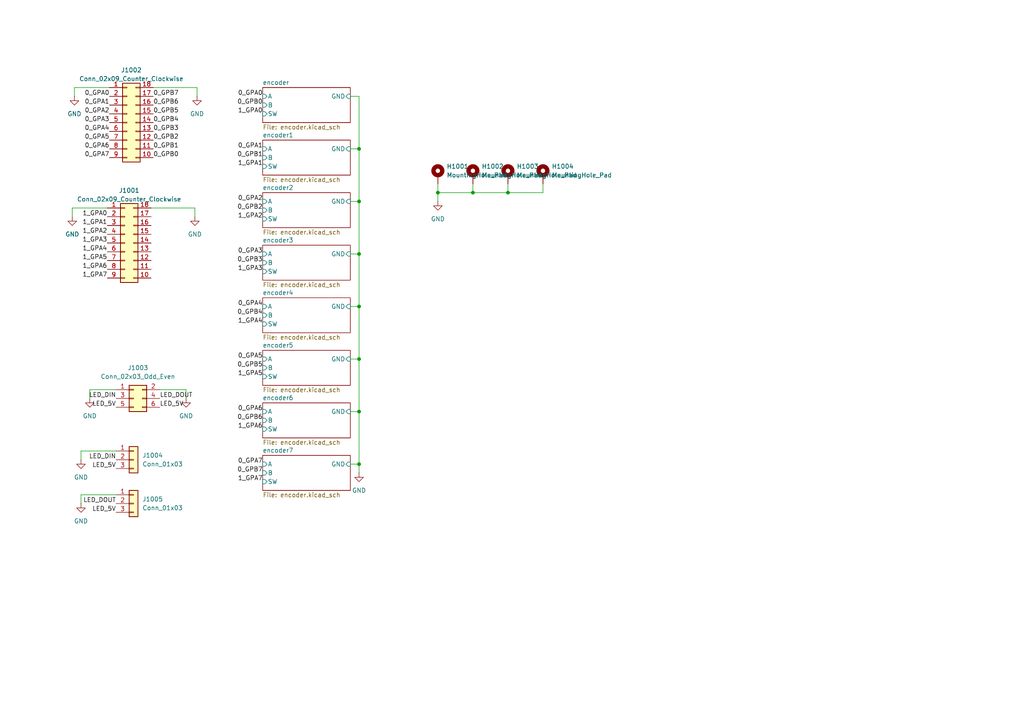
<source format=kicad_sch>
(kicad_sch (version 20250114) (generator "eeschema") (generator_version "9.0")
  (paper "A4")
  (lib_symbols
    (symbol "Connector_Generic:Conn_01x03" (pin_names (offset 1.016) (hide yes))
      (property "Reference" "J" (at 0 5.08 0))
      (property "Value" "Conn_01x03" (at 0 -5.08 0))
      (symbol "Conn_01x03_1_1"
        (rectangle (start -1.27 3.81) (end 1.27 -3.81) (stroke (width 0.254)) (fill (type background)))
        (rectangle (start -1.27 2.667) (end 0 2.413) (stroke (width 0.1524)))
        (rectangle (start -1.27 0.127) (end 0 -0.127) (stroke (width 0.1524)))
        (rectangle (start -1.27 -2.413) (end 0 -2.667) (stroke (width 0.1524)))
        (pin passive line (at -5.08 2.54 0) (length 3.81) (name "Pin_1") (number "1"))
        (pin passive line (at -5.08 0 0) (length 3.81) (name "Pin_2") (number "2"))
        (pin passive line (at -5.08 -2.54 0) (length 3.81) (name "Pin_3") (number "3"))
      )
    )
    (symbol "Connector_Generic:Conn_02x03_Odd_Even" (pin_names (offset 1.016) (hide yes))
      (property "Reference" "J" (at 1.27 5.08 0))
      (property "Value" "Conn_02x03_Odd_Even" (at 1.27 -5.08 0))
      (symbol "Conn_02x03_Odd_Even_1_1"
        (rectangle (start -1.27 3.81) (end 3.81 -3.81) (stroke (width 0.254)) (fill (type background)))
        (rectangle (start -1.27 2.667) (end 0 2.413) (stroke (width 0.1524)))
        (rectangle (start -1.27 0.127) (end 0 -0.127) (stroke (width 0.1524)))
        (rectangle (start -1.27 -2.413) (end 0 -2.667) (stroke (width 0.1524)))
        (rectangle (start 3.81 2.667) (end 2.54 2.413) (stroke (width 0.1524)))
        (rectangle (start 3.81 0.127) (end 2.54 -0.127) (stroke (width 0.1524)))
        (rectangle (start 3.81 -2.413) (end 2.54 -2.667) (stroke (width 0.1524)))
        (pin passive line (at -5.08 2.54 0) (length 3.81) (name "Pin_1") (number "1"))
        (pin passive line (at -5.08 0 0) (length 3.81) (name "Pin_3") (number "3"))
        (pin passive line (at -5.08 -2.54 0) (length 3.81) (name "Pin_5") (number "5"))
        (pin passive line (at 7.62 2.54 180) (length 3.81) (name "Pin_2") (number "2"))
        (pin passive line (at 7.62 0 180) (length 3.81) (name "Pin_4") (number "4"))
        (pin passive line (at 7.62 -2.54 180) (length 3.81) (name "Pin_6") (number "6"))
      )
    )
    (symbol "Connector_Generic:Conn_02x09_Counter_Clockwise" (pin_names (offset 1.016) (hide yes))
      (property "Reference" "J" (at 1.27 12.7 0))
      (property "Value" "Conn_02x09_Counter_Clockwise" (at 1.27 -12.7 0))
      (symbol "Conn_02x09_Counter_Clockwise_1_1"
        (rectangle (start -1.27 11.43) (end 3.81 -11.43) (stroke (width 0.254)) (fill (type background)))
        (rectangle (start -1.27 10.287) (end 0 10.033) (stroke (width 0.1524)))
        (rectangle (start -1.27 7.747) (end 0 7.493) (stroke (width 0.1524)))
        (rectangle (start -1.27 5.207) (end 0 4.953) (stroke (width 0.1524)))
        (rectangle (start -1.27 2.667) (end 0 2.413) (stroke (width 0.1524)))
        (rectangle (start -1.27 0.127) (end 0 -0.127) (stroke (width 0.1524)))
        (rectangle (start -1.27 -2.413) (end 0 -2.667) (stroke (width 0.1524)))
        (rectangle (start -1.27 -4.953) (end 0 -5.207) (stroke (width 0.1524)))
        (rectangle (start -1.27 -7.493) (end 0 -7.747) (stroke (width 0.1524)))
        (rectangle (start -1.27 -10.033) (end 0 -10.287) (stroke (width 0.1524)))
        (rectangle (start 3.81 10.287) (end 2.54 10.033) (stroke (width 0.1524)))
        (rectangle (start 3.81 7.747) (end 2.54 7.493) (stroke (width 0.1524)))
        (rectangle (start 3.81 5.207) (end 2.54 4.953) (stroke (width 0.1524)))
        (rectangle (start 3.81 2.667) (end 2.54 2.413) (stroke (width 0.1524)))
        (rectangle (start 3.81 0.127) (end 2.54 -0.127) (stroke (width 0.1524)))
        (rectangle (start 3.81 -2.413) (end 2.54 -2.667) (stroke (width 0.1524)))
        (rectangle (start 3.81 -4.953) (end 2.54 -5.207) (stroke (width 0.1524)))
        (rectangle (start 3.81 -7.493) (end 2.54 -7.747) (stroke (width 0.1524)))
        (rectangle (start 3.81 -10.033) (end 2.54 -10.287) (stroke (width 0.1524)))
        (pin passive line (at -5.08 10.16 0) (length 3.81) (name "Pin_1") (number "1"))
        (pin passive line (at -5.08 7.62 0) (length 3.81) (name "Pin_2") (number "2"))
        (pin passive line (at -5.08 5.08 0) (length 3.81) (name "Pin_3") (number "3"))
        (pin passive line (at -5.08 2.54 0) (length 3.81) (name "Pin_4") (number "4"))
        (pin passive line (at -5.08 0 0) (length 3.81) (name "Pin_5") (number "5"))
        (pin passive line (at -5.08 -2.54 0) (length 3.81) (name "Pin_6") (number "6"))
        (pin passive line (at -5.08 -5.08 0) (length 3.81) (name "Pin_7") (number "7"))
        (pin passive line (at -5.08 -7.62 0) (length 3.81) (name "Pin_8") (number "8"))
        (pin passive line (at -5.08 -10.16 0) (length 3.81) (name "Pin_9") (number "9"))
        (pin passive line (at 7.62 10.16 180) (length 3.81) (name "Pin_18") (number "18"))
        (pin passive line (at 7.62 7.62 180) (length 3.81) (name "Pin_17") (number "17"))
        (pin passive line (at 7.62 5.08 180) (length 3.81) (name "Pin_16") (number "16"))
        (pin passive line (at 7.62 2.54 180) (length 3.81) (name "Pin_15") (number "15"))
        (pin passive line (at 7.62 0 180) (length 3.81) (name "Pin_14") (number "14"))
        (pin passive line (at 7.62 -2.54 180) (length 3.81) (name "Pin_13") (number "13"))
        (pin passive line (at 7.62 -5.08 180) (length 3.81) (name "Pin_12") (number "12"))
        (pin passive line (at 7.62 -7.62 180) (length 3.81) (name "Pin_11") (number "11"))
        (pin passive line (at 7.62 -10.16 180) (length 3.81) (name "Pin_10") (number "10"))
      )
    )
    (symbol "Mechanical:MountingHole_Pad" (pin_numbers (hide yes)) (pin_names (offset 1.016) (hide yes)) (exclude_from_sim yes) (in_bom no)
      (property "Reference" "H" (at 0 6.35 0))
      (property "Value" "MountingHole_Pad" (at 0 4.445 0))
      (symbol "MountingHole_Pad_0_1"
        (circle (center 0 1.27) (radius 1.27) (stroke (width 1.27)))
      )
      (symbol "MountingHole_Pad_1_1"
        (pin input line (at 0 -2.54 90) (length 2.54) (name "1") (number "1"))
      )
    )
    (symbol "power:GND" (power) (pin_numbers (hide yes)) (pin_names (offset 0) (hide yes))
      (property "Value" "GND" (at 0 -3.81 0))
      (symbol "GND_0_1"
        (polyline (pts (xy 0 0) (xy 0 -1.27) (xy 1.27 -1.27) (xy 0 -2.54) (xy -1.27 -1.27) (xy 0 -1.27)))
      )
      (symbol "GND_1_1"
        (pin power_in line (at 0 0 270) (length 0) (name "~") (number "1"))
      )
    )
  )
  (junction (at 127 55.88))
  (junction (at 104.14 104.14))
  (junction (at 104.14 134.62))
  (junction (at 104.14 88.9))
  (junction (at 137.16 55.88))
  (junction (at 104.14 58.42))
  (junction (at 104.14 73.66))
  (junction (at 104.14 43.18))
  (junction (at 147.32 55.88))
  (junction (at 104.14 119.38))
  (wire (pts (xy 157.48 55.88) (xy 147.32 55.88)))
  (wire (pts (xy 57.15 25.4) (xy 44.45 25.4)))
  (wire (pts (xy 101.6 104.14) (xy 104.14 104.14)))
  (wire (pts (xy 104.14 58.42) (xy 104.14 43.18)))
  (wire (pts (xy 101.6 88.9) (xy 104.14 88.9)))
  (wire (pts (xy 46.355 113.03) (xy 53.975 113.03)))
  (wire (pts (xy 21.59 27.94) (xy 21.59 25.4)))
  (wire (pts (xy 104.14 27.94) (xy 101.6 27.94)))
  (wire (pts (xy 127 53.34) (xy 127 55.88)))
  (wire (pts (xy 104.14 43.18) (xy 104.14 27.94)))
  (wire (pts (xy 26.035 115.57) (xy 26.035 113.03)))
  (wire (pts (xy 20.955 60.325) (xy 31.115 60.325)))
  (wire (pts (xy 53.975 113.03) (xy 53.975 115.57)))
  (wire (pts (xy 104.14 134.62) (xy 104.14 137.16)))
  (wire (pts (xy 147.32 55.88) (xy 137.16 55.88)))
  (wire (pts (xy 104.14 134.62) (xy 104.14 119.38)))
  (wire (pts (xy 104.14 73.66) (xy 104.14 58.42)))
  (wire (pts (xy 21.59 25.4) (xy 31.75 25.4)))
  (wire (pts (xy 101.6 134.62) (xy 104.14 134.62)))
  (wire (pts (xy 23.495 130.81) (xy 23.495 133.35)))
  (wire (pts (xy 101.6 119.38) (xy 104.14 119.38)))
  (wire (pts (xy 26.035 113.03) (xy 33.655 113.03)))
  (wire (pts (xy 101.6 43.18) (xy 104.14 43.18)))
  (wire (pts (xy 147.32 53.34) (xy 147.32 55.88)))
  (wire (pts (xy 137.16 55.88) (xy 127 55.88)))
  (wire (pts (xy 137.16 53.34) (xy 137.16 55.88)))
  (wire (pts (xy 33.655 143.51) (xy 23.495 143.51)))
  (wire (pts (xy 157.48 53.34) (xy 157.48 55.88)))
  (wire (pts (xy 33.655 130.81) (xy 23.495 130.81)))
  (wire (pts (xy 56.515 60.325) (xy 43.815 60.325)))
  (wire (pts (xy 104.14 104.14) (xy 104.14 88.9)))
  (wire (pts (xy 104.14 88.9) (xy 104.14 73.66)))
  (wire (pts (xy 20.955 62.865) (xy 20.955 60.325)))
  (wire (pts (xy 104.14 119.38) (xy 104.14 104.14)))
  (wire (pts (xy 23.495 143.51) (xy 23.495 146.05)))
  (wire (pts (xy 56.515 62.865) (xy 56.515 60.325)))
  (wire (pts (xy 101.6 73.66) (xy 104.14 73.66)))
  (wire (pts (xy 127 55.88) (xy 127 58.42)))
  (wire (pts (xy 101.6 58.42) (xy 104.14 58.42)))
  (wire (pts (xy 57.15 27.94) (xy 57.15 25.4)))
  (label "0_GPB2" (at 44.45 40.64 0))
  (label "1_GPA0" (at 31.115 62.865 180))
  (label "1_GPA2" (at 31.115 67.945 180))
  (label "LED_DOUT" (at 33.655 146.05 180))
  (label "0_GPA1" (at 76.2 43.18 180))
  (label "0_GPA3" (at 76.2 73.66 180))
  (label "0_GPB4" (at 76.2 91.44 180))
  (label "0_GPA6" (at 31.75 43.18 180))
  (label "0_GPA5" (at 31.75 40.64 180))
  (label "0_GPA6" (at 76.2 119.38 180))
  (label "0_GPA7" (at 76.2 134.62 180))
  (label "0_GPB7" (at 44.45 27.94 0))
  (label "1_GPA4" (at 76.2 93.98 180))
  (label "0_GPA0" (at 31.75 27.94 180))
  (label "1_GPA3" (at 31.115 70.485 180))
  (label "0_GPB0" (at 44.45 45.72 0))
  (label "0_GPB1" (at 44.45 43.18 0))
  (label "0_GPA1" (at 31.75 30.48 180))
  (label "0_GPB7" (at 76.2 137.16 180))
  (label "0_GPB5" (at 76.2 106.68 180))
  (label "0_GPB4" (at 44.45 35.56 0))
  (label "1_GPA0" (at 76.2 33.02 180))
  (label "0_GPA4" (at 76.2 88.9 180))
  (label "LED_5V" (at 33.655 118.11 180))
  (label "0_GPA0" (at 76.2 27.94 180))
  (label "0_GPB3" (at 44.45 38.1 0))
  (label "0_GPA7" (at 31.75 45.72 180))
  (label "0_GPB1" (at 76.2 45.72 180))
  (label "LED_5V" (at 33.655 135.89 180))
  (label "0_GPA5" (at 76.2 104.14 180))
  (label "0_GPA3" (at 31.75 35.56 180))
  (label "0_GPB6" (at 76.2 121.92 180))
  (label "1_GPA7" (at 31.115 80.645 180))
  (label "1_GPA3" (at 76.2 78.74 180))
  (label "1_GPA5" (at 31.115 75.565 180))
  (label "1_GPA1" (at 76.2 48.26 180))
  (label "1_GPA2" (at 76.2 63.5 180))
  (label "LED_DOUT" (at 46.355 115.57 0))
  (label "LED_5V" (at 33.655 148.59 180))
  (label "0_GPB0" (at 76.2 30.48 180))
  (label "1_GPA6" (at 31.115 78.105 180))
  (label "1_GPA4" (at 31.115 73.025 180))
  (label "1_GPA6" (at 76.2 124.46 180))
  (label "1_GPA5" (at 76.2 109.22 180))
  (label "LED_5V" (at 46.355 118.11 0))
  (label "1_GPA1" (at 31.115 65.405 180))
  (label "0_GPB5" (at 44.45 33.02 0))
  (label "LED_DIN" (at 33.655 133.35 180))
  (label "LED_DIN" (at 33.655 115.57 180))
  (label "0_GPA2" (at 76.2 58.42 180))
  (label "0_GPA2" (at 31.75 33.02 180))
  (label "0_GPA4" (at 31.75 38.1 180))
  (label "0_GPB2" (at 76.2 60.96 180))
  (label "0_GPB6" (at 44.45 30.48 0))
  (label "1_GPA7" (at 76.2 139.7 180))
  (label "0_GPB3" (at 76.2 76.2 180))
  (symbol (lib_id "power:GND") (at 57.15 27.94 0) (unit 1)
    (property "Reference" "#PWR01008" (effects (hide yes)))
    (property "Value" "GND" (at 57.15 33.02 0))
    (property "Description" "Power symbol creates a global label with name \"GND\" , ground" (effects (hide yes)))
  )
  (symbol (lib_id "Mechanical:MountingHole_Pad") (at 157.48 50.8 0) (unit 1) (exclude_from_sim yes) (in_bom no)
    (property "Reference" "H1004" (at 160.02 48.2599 0) (effects (justify left)))
    (property "Value" "MountingHole_Pad" (at 160.02 50.7999 0) (effects (justify left)))
    (property "Footprint" "MountingHole:MountingHole_2.5mm_Pad_Via" (effects (hide yes)))
    (property "Description" "Mounting Hole with connection" (effects (hide yes)))
  )
  (symbol (lib_id "Mechanical:MountingHole_Pad") (at 147.32 50.8 0) (unit 1) (exclude_from_sim yes) (in_bom no)
    (property "Reference" "H1003" (at 149.86 48.2599 0) (effects (justify left)))
    (property "Value" "MountingHole_Pad" (at 149.86 50.7999 0) (effects (justify left)))
    (property "Footprint" "MountingHole:MountingHole_2.5mm_Pad_Via" (effects (hide yes)))
    (property "Description" "Mounting Hole with connection" (effects (hide yes)))
  )
  (symbol (lib_id "Connector_Generic:Conn_02x03_Odd_Even") (at 38.735 115.57 0) (unit 1)
    (property "Reference" "J1003" (at 40.005 106.68 0))
    (property "Value" "Conn_02x03_Odd_Even" (at 40.005 109.22 0))
    (property "Footprint" "Connector_PinHeader_2.54mm:PinHeader_2x03_P2.54mm_Vertical" (effects (hide yes)))
    (property "Description" "Generic connector, double row, 02x03, odd/even pin numbering scheme (row 1 odd numbers, row 2 even numbers), script generated (kicad-library-utils/schlib/autogen/connector/)" (effects (hide yes)))
  )
  (symbol (lib_id "Connector_Generic:Conn_02x09_Counter_Clockwise") (at 36.195 70.485 0) (unit 1)
    (property "Reference" "J1001" (at 37.465 55.245 0))
    (property "Value" "Conn_02x09_Counter_Clockwise" (at 37.465 57.785 0))
    (property "Description" "Generic connector, double row, 02x09, counter clockwise pin numbering scheme (similar to DIP package numbering), script generated (kicad-library-utils/schlib/autogen/connector/)" (effects (hide yes)))
  )
  (symbol (lib_id "Mechanical:MountingHole_Pad") (at 127 50.8 0) (unit 1) (exclude_from_sim yes) (in_bom no)
    (property "Reference" "H1001" (at 129.54 48.2599 0) (effects (justify left)))
    (property "Value" "MountingHole_Pad" (at 129.54 50.7999 0) (effects (justify left)))
    (property "Footprint" "MountingHole:MountingHole_2.5mm_Pad_Via" (effects (hide yes)))
    (property "Description" "Mounting Hole with connection" (effects (hide yes)))
  )
  (symbol (lib_id "Connector_Generic:Conn_02x09_Counter_Clockwise") (at 36.83 35.56 0) (unit 1)
    (property "Reference" "J1002" (at 38.1 20.32 0))
    (property "Value" "Conn_02x09_Counter_Clockwise" (at 38.1 22.86 0))
    (property "Description" "Generic connector, double row, 02x09, counter clockwise pin numbering scheme (similar to DIP package numbering), script generated (kicad-library-utils/schlib/autogen/connector/)" (effects (hide yes)))
  )
  (symbol (lib_id "Mechanical:MountingHole_Pad") (at 137.16 50.8 0) (unit 1) (exclude_from_sim yes) (in_bom no)
    (property "Reference" "H1002" (at 139.7 48.2599 0) (effects (justify left)))
    (property "Value" "MountingHole_Pad" (at 139.7 50.7999 0) (effects (justify left)))
    (property "Footprint" "MountingHole:MountingHole_2.5mm_Pad_Via" (effects (hide yes)))
    (property "Description" "Mounting Hole with connection" (effects (hide yes)))
  )
  (symbol (lib_id "power:GND") (at 127 58.42 0) (unit 1)
    (property "Reference" "#PWR01010" (effects (hide yes)))
    (property "Value" "GND" (at 127 63.5 0))
    (property "Description" "Power symbol creates a global label with name \"GND\" , ground" (effects (hide yes)))
  )
  (symbol (lib_id "power:GND") (at 26.035 115.57 0) (unit 1)
    (property "Reference" "#PWR01005" (effects (hide yes)))
    (property "Value" "GND" (at 26.035 120.65 0))
    (property "Description" "Power symbol creates a global label with name \"GND\" , ground" (effects (hide yes)))
  )
  (symbol (lib_id "power:GND") (at 21.59 27.94 0) (unit 1)
    (property "Reference" "#PWR01002" (effects (hide yes)))
    (property "Value" "GND" (at 21.59 33.02 0))
    (property "Description" "Power symbol creates a global label with name \"GND\" , ground" (effects (hide yes)))
  )
  (symbol (lib_id "power:GND") (at 56.515 62.865 0) (unit 1)
    (property "Reference" "#PWR01007" (effects (hide yes)))
    (property "Value" "GND" (at 56.515 67.945 0))
    (property "Description" "Power symbol creates a global label with name \"GND\" , ground" (effects (hide yes)))
  )
  (symbol (lib_id "power:GND") (at 23.495 146.05 0) (unit 1)
    (property "Reference" "#PWR01004" (effects (hide yes)))
    (property "Value" "GND" (at 23.495 151.13 0))
    (property "Description" "Power symbol creates a global label with name \"GND\" , ground" (effects (hide yes)))
  )
  (symbol (lib_id "power:GND") (at 20.955 62.865 0) (unit 1)
    (property "Reference" "#PWR01001" (effects (hide yes)))
    (property "Value" "GND" (at 20.955 67.945 0))
    (property "Description" "Power symbol creates a global label with name \"GND\" , ground" (effects (hide yes)))
  )
  (symbol (lib_id "power:GND") (at 23.495 133.35 0) (unit 1)
    (property "Reference" "#PWR01003" (effects (hide yes)))
    (property "Value" "GND" (at 23.495 138.43 0))
    (property "Description" "Power symbol creates a global label with name \"GND\" , ground" (effects (hide yes)))
  )
  (symbol (lib_id "power:GND") (at 53.975 115.57 0) (unit 1)
    (property "Reference" "#PWR01006" (effects (hide yes)))
    (property "Value" "GND" (at 53.975 120.65 0))
    (property "Description" "Power symbol creates a global label with name \"GND\" , ground" (effects (hide yes)))
  )
  (symbol (lib_id "Connector_Generic:Conn_01x03") (at 38.735 146.05 0) (unit 1)
    (property "Reference" "J1005" (at 41.275 144.7799 0) (effects (justify left)))
    (property "Value" "Conn_01x03" (at 41.275 147.3199 0) (effects (justify left)))
    (property "Footprint" "Connector_PinSocket_2.54mm:PinSocket_1x03_P2.54mm_Vertical" (effects (hide yes)))
    (property "Description" "Generic connector, single row, 01x03, script generated (kicad-library-utils/schlib/autogen/connector/)" (effects (hide yes)))
  )
  (symbol (lib_id "power:GND") (at 104.14 137.16 0) (unit 1)
    (property "Reference" "#PWR01009" (effects (hide yes)))
    (property "Value" "GND" (at 104.14 142.24 0))
    (property "Description" "Power symbol creates a global label with name \"GND\" , ground" (effects (hide yes)))
  )
  (symbol (lib_id "Connector_Generic:Conn_01x03") (at 38.735 133.35 0) (unit 1)
    (property "Reference" "J1004" (at 41.275 132.0799 0) (effects (justify left)))
    (property "Value" "Conn_01x03" (at 41.275 134.6199 0) (effects (justify left)))
    (property "Footprint" "Connector_PinSocket_2.54mm:PinSocket_1x03_P2.54mm_Vertical" (effects (hide yes)))
    (property "Description" "Generic connector, single row, 01x03, script generated (kicad-library-utils/schlib/autogen/connector/)" (effects (hide yes)))
  )
  (sheet (at 76.2 101.6) (size 25.4 10.16) (stroke (width 0.1524))
    (property "Sheetname" "encoder5" (at 76.2 100.8884 0) (effects (justify left bottom)))
    (property "Sheetfile" "encoder.kicad_sch" (at 76.2 112.3446 0) (effects (justify left top)))
    (pin "A" input (at 76.2 104.14 180))
    (pin "B" input (at 76.2 106.68 180))
    (pin "SW" input (at 76.2 109.22 180))
    (pin "GND" input (at 101.6 104.14 0))
  )
  (sheet (at 76.2 116.84) (size 25.4 10.16) (stroke (width 0.1524))
    (property "Sheetname" "encoder6" (at 76.2 116.1284 0) (effects (justify left bottom)))
    (property "Sheetfile" "encoder.kicad_sch" (at 76.2 127.5846 0) (effects (justify left top)))
    (pin "A" input (at 76.2 119.38 180))
    (pin "B" input (at 76.2 121.92 180))
    (pin "SW" input (at 76.2 124.46 180))
    (pin "GND" input (at 101.6 119.38 0))
  )
  (sheet (at 76.2 71.12) (size 25.4 10.16) (stroke (width 0.1524))
    (property "Sheetname" "encoder3" (at 76.2 70.4084 0) (effects (justify left bottom)))
    (property "Sheetfile" "encoder.kicad_sch" (at 76.2 81.8646 0) (effects (justify left top)))
    (pin "A" input (at 76.2 73.66 180))
    (pin "B" input (at 76.2 76.2 180))
    (pin "SW" input (at 76.2 78.74 180))
    (pin "GND" input (at 101.6 73.66 0))
  )
  (sheet (at 76.2 86.36) (size 25.4 10.16) (stroke (width 0.1524))
    (property "Sheetname" "encoder4" (at 76.2 85.6484 0) (effects (justify left bottom)))
    (property "Sheetfile" "encoder.kicad_sch" (at 76.2 97.1046 0) (effects (justify left top)))
    (pin "A" input (at 76.2 88.9 180))
    (pin "B" input (at 76.2 91.44 180))
    (pin "SW" input (at 76.2 93.98 180))
    (pin "GND" input (at 101.6 88.9 0))
  )
  (sheet (at 76.2 25.4) (size 25.4 10.16) (stroke (width 0.1524))
    (property "Sheetname" "encoder" (at 76.2 24.6884 0) (effects (justify left bottom)))
    (property "Sheetfile" "encoder.kicad_sch" (at 76.2 36.1446 0) (effects (justify left top)))
    (pin "A" input (at 76.2 27.94 180))
    (pin "B" input (at 76.2 30.48 180))
    (pin "SW" input (at 76.2 33.02 180))
    (pin "GND" input (at 101.6 27.94 0))
  )
  (sheet (at 76.2 55.88) (size 25.4 10.16) (stroke (width 0.1524))
    (property "Sheetname" "encoder2" (at 76.2 55.1684 0) (effects (justify left bottom)))
    (property "Sheetfile" "encoder.kicad_sch" (at 76.2 66.6246 0) (effects (justify left top)))
    (pin "A" input (at 76.2 58.42 180))
    (pin "B" input (at 76.2 60.96 180))
    (pin "SW" input (at 76.2 63.5 180))
    (pin "GND" input (at 101.6 58.42 0))
  )
  (sheet (at 76.2 40.64) (size 25.4 10.16) (stroke (width 0.1524))
    (property "Sheetname" "encoder1" (at 76.2 39.9284 0) (effects (justify left bottom)))
    (property "Sheetfile" "encoder.kicad_sch" (at 76.2 51.3846 0) (effects (justify left top)))
    (pin "A" input (at 76.2 43.18 180))
    (pin "B" input (at 76.2 45.72 180))
    (pin "SW" input (at 76.2 48.26 180))
    (pin "GND" input (at 101.6 43.18 0))
  )
  (sheet (at 76.2 132.08) (size 25.4 10.16) (stroke (width 0.1524))
    (property "Sheetname" "encoder7" (at 76.2 131.3684 0) (effects (justify left bottom)))
    (property "Sheetfile" "encoder.kicad_sch" (at 76.2 142.8246 0) (effects (justify left top)))
    (pin "A" input (at 76.2 134.62 180))
    (pin "B" input (at 76.2 137.16 180))
    (pin "SW" input (at 76.2 139.7 180))
    (pin "GND" input (at 101.6 134.62 0))
  )
)
</source>
